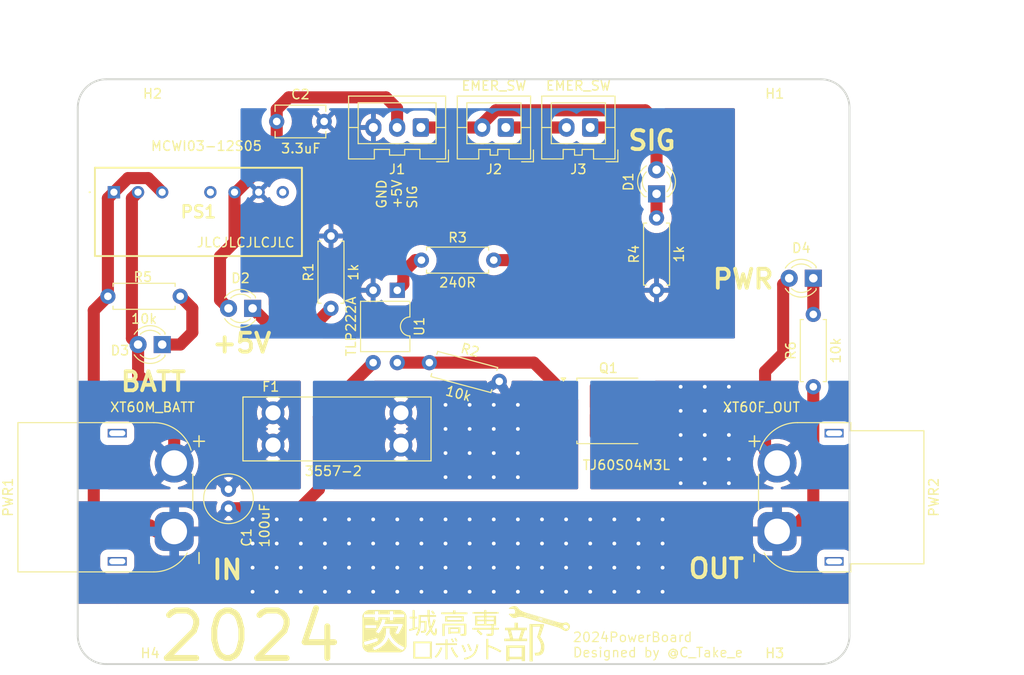
<source format=kicad_pcb>
(kicad_pcb (version 20240108) (generator "pcbnew") (generator_version "8.0")
  (layers (0 "F.Cu" signal) (31 "B.Cu" signal) (34 "B.Paste" user) (35 "F.Paste" user) (36 "B.SilkS" user "B.Silkscreen") (37 "F.SilkS" user "F.Silkscreen") (38 "B.Mask" user) (39 "F.Mask" user) (44 "Edge.Cuts" user))
  (net 0 "")
  (net 1 "sig")
  (net 2 "Net-(D1-K)")
  (net 3 "+5V")
  (net 4 "Net-(D2-K)")
  (net 5 "Net-(D3-K)")
  (net 6 "VDD")
  (net 7 "Net-(D4-K)")
  (net 8 "GNDPWR")
  (net 9 "FET_G")
  (net 10 "GND1")
  (net 11 "Net-(R3-Pad2)")
  (net 12 "Net-(J2-Pin_1)")
  (net 13 "Net-(J3-Pin_1)")
  (net 14 "BATT")
  (net 15 "VOUT")
  (footprint "Resistor_THT:R_Axial_DIN0207_L6.3mm_D2.5mm_P7.62mm_Horizontal" (layer "F.Cu") (at 126.365 106.68 180)
    (property "Reference" "R5" (at 3.937 2.032 180) (layer "F.SilkS"))
    (property "Value" "10k" (at 3.81 -2.37 180) (layer "F.SilkS"))
    (pad "1" thru_hole circle (at 0 0 180) (size 1.6 1.6) (drill 0.8) (layers "*.Cu" "*.Mask") (net 5 "Net-(D3-K)"))
    (pad "2" thru_hole oval (at 7.62 0 180) (size 1.6 1.6) (drill 0.8) (layers "*.Cu" "*.Mask") (net 8 "GNDPWR"))
  )
  (footprint "Connector_JST:JST_XA_B02B-XASK-1_1x02_P2.50mm_Vertical" (layer "F.Cu") (at 160.655 88.9 180)
    (property "Reference" "J2" (at 1.25 -4.4 180) (layer "F.SilkS"))
    (property "Value" "EMER_SW" (at 1.25 4.4 180) (layer "F.SilkS"))
    (pad "1" thru_hole roundrect (at 0 0 180) (size 1.7 1.95) (drill 0.95) (layers "*.Cu" "*.Mask") (roundrect_rratio 0.147059) (net 12 "Net-(J2-Pin_1)"))
    (pad "2" thru_hole oval (at 2.5 0 180) (size 1.7 1.95) (drill 0.95) (layers "*.Cu" "*.Mask") (net 1 "sig"))
  )
  (footprint "Resistor_THT:R_Axial_DIN0207_L6.3mm_D2.5mm_P7.62mm_Horizontal" (layer "F.Cu") (at 159.385 102.87 180)
    (property "Reference" "R3" (at 3.81 2.37 180) (layer "F.SilkS"))
    (property "Value" "240R" (at 3.81 -2.37 180) (layer "F.SilkS"))
    (pad "1" thru_hole circle (at 0 0 180) (size 1.6 1.6) (drill 0.8) (layers "*.Cu" "*.Mask") (net 13 "Net-(J3-Pin_1)"))
    (pad "2" thru_hole oval (at 7.62 0 180) (size 1.6 1.6) (drill 0.8) (layers "*.Cu" "*.Mask") (net 11 "Net-(R3-Pad2)"))
  )
  (footprint "LED_THT:LED_D3.0mm" (layer "F.Cu") (at 133.99 107.95 180)
    (property "Reference" "D2" (at 1.275 3.175 180) (layer "F.SilkS"))
    (property "Value" "LED_GREEN")
    (pad "1" thru_hole rect (at 0 0 180) (size 1.8 1.8) (drill 0.9) (layers "*.Cu" "*.Mask") (net 4 "Net-(D2-K)"))
    (pad "2" thru_hole circle (at 2.54 0 180) (size 1.8 1.8) (drill 0.9) (layers "*.Cu" "*.Mask") (net 3 "+5V"))
  )
  (footprint "MountingHole:MountingHole_3.2mm_M3" (layer "F.Cu") (at 192.405 140.97)
    (property "Reference" "H3" (at -3.429 3.302 0) (layer "F.SilkS"))
    (property "Value" "MountingHole")
    (pad "" np_thru_hole circle (at 0 0) (size 3.2 3.2) (drill 3.2) (layers "*.Cu" "*.Mask"))
  )
  (footprint "Resistor_THT:R_Axial_DIN0207_L6.3mm_D2.5mm_P7.62mm_Horizontal" (layer "F.Cu") (at 159.962117 115.637201 165)
    (property "Reference" "R2" (at 3.81 2.37 -15) (layer "F.SilkS"))
    (property "Value" "10k" (at 3.81 -2.37 -15) (layer "F.SilkS"))
    (pad "1" thru_hole circle (at 0 0 165) (size 1.6 1.6) (drill 0.8) (layers "*.Cu" "*.Mask") (net 6 "VDD"))
    (pad "2" thru_hole oval (at 7.62 0 165) (size 1.6 1.6) (drill 0.8) (layers "*.Cu" "*.Mask") (net 9 "FET_G"))
  )
  (footprint "MountingHole:MountingHole_3.2mm_M3" (layer "F.Cu") (at 120.015 88.265)
    (property "Reference" "H2" (at 3.429 -2.921 0) (layer "F.SilkS"))
    (property "Value" "MountingHole")
    (pad "" np_thru_hole circle (at 0 0) (size 3.2 3.2) (drill 3.2) (layers "*.Cu" "*.Mask"))
  )
  (footprint "LED_THT:LED_D3.0mm" (layer "F.Cu") (at 176.53 95.89 90)
    (property "Reference" "D1" (at 1.27 -2.96 -90) (layer "F.SilkS"))
    (property "Value" "LED_YELLOW")
    (pad "1" thru_hole rect (at 0 0 90) (size 1.8 1.8) (drill 0.9) (layers "*.Cu" "*.Mask") (net 2 "Net-(D1-K)"))
    (pad "2" thru_hole circle (at 2.54 0 90) (size 1.8 1.8) (drill 0.9) (layers "*.Cu" "*.Mask") (net 1 "sig"))
  )
  (footprint "Package_DIP:DIP-4_W7.62mm" (layer "F.Cu") (at 149.225 106.045 -90)
    (property "Reference" "U1" (at 3.81 -2.33 90) (layer "F.SilkS"))
    (property "Value" "TLP222A" (at 3.81 4.87 90) (layer "F.SilkS"))
    (pad "1" thru_hole rect (at 0 0 270) (size 1.6 1.6) (drill 0.8) (layers "*.Cu" "*.Mask") (net 11 "Net-(R3-Pad2)"))
    (pad "2" thru_hole oval (at 0 2.54 270) (size 1.6 1.6) (drill 0.8) (layers "*.Cu" "*.Mask") (net 10 "GND1"))
    (pad "3" thru_hole oval (at 7.62 2.54 270) (size 1.6 1.6) (drill 0.8) (layers "*.Cu" "*.Mask") (net 8 "GNDPWR"))
    (pad "4" thru_hole oval (at 7.62 0 270) (size 1.6 1.6) (drill 0.8) (layers "*.Cu" "*.Mask") (net 9 "FET_G"))
  )
  (footprint "FUSE_3557:FUSE_3557-2" (layer "F.Cu") (at 142.875 120.65)
    (property "Reference" "F1" (at -6.985 -4.445 0) (layer "F.SilkS"))
    (property "Value" "3557-2" (at -0.385 4.445 0) (layer "F.SilkS"))
    (pad "1_1" thru_hole circle (at -6.735 -1.7) (size 2.4 2.4) (drill 1.6) (layers "*.Cu" "*.Mask") (net 14 "BATT"))
    (pad "1_2" thru_hole circle (at -6.735 1.7) (size 2.4 2.4) (drill 1.6) (layers "*.Cu" "*.Mask") (net 14 "BATT"))
    (pad "2_1" thru_hole circle (at 6.735 -1.7) (size 2.4 2.4) (drill 1.6) (layers "*.Cu" "*.Mask") (net 6 "VDD"))
    (pad "2_2" thru_hole circle (at 6.735 1.7) (size 2.4 2.4) (drill 1.6) (layers "*.Cu" "*.Mask") (net 6 "VDD"))
  )
  (footprint "Resistor_THT:R_Axial_DIN0207_L6.3mm_D2.5mm_P7.62mm_Horizontal" (layer "F.Cu") (at 193.04 108.585 -90)
    (property "Reference" "R6" (at 3.81 2.37 90) (layer "F.SilkS"))
    (property "Value" "10k" (at 3.81 -2.37 90) (layer "F.SilkS"))
    (pad "1" thru_hole circle (at 0 0 270) (size 1.6 1.6) (drill 0.8) (layers "*.Cu" "*.Mask") (net 7 "Net-(D4-K)"))
    (pad "2" thru_hole oval (at 7.62 0 270) (size 1.6 1.6) (drill 0.8) (layers "*.Cu" "*.Mask") (net 8 "GNDPWR"))
  )
  (footprint "Connector_JST:JST_XA_B02B-XASK-1_1x02_P2.50mm_Vertical" (layer "F.Cu") (at 169.545 88.9 180)
    (property "Reference" "J3" (at 1.25 -4.4 180) (layer "F.SilkS"))
    (property "Value" "EMER_SW" (at 1.25 4.4 180) (layer "F.SilkS"))
    (pad "1" thru_hole roundrect (at 0 0 180) (size 1.7 1.95) (drill 0.95) (layers "*.Cu" "*.Mask") (roundrect_rratio 0.147059) (net 13 "Net-(J3-Pin_1)"))
    (pad "2" thru_hole oval (at 2.5 0 180) (size 1.7 1.95) (drill 0.95) (layers "*.Cu" "*.Mask") (net 12 "Net-(J2-Pin_1)"))
  )
  (footprint "Capacitor_THT:C_Disc_D5.1mm_W3.2mm_P5.00mm" (layer "F.Cu") (at 136.525 88.265)
    (property "Reference" "C2" (at 2.5 -2.85 0) (layer "F.SilkS"))
    (property "Value" "3.3uF" (at 2.54 2.85 0) (layer "F.SilkS"))
    (pad "1" thru_hole circle (at 0 0) (size 1.6 1.6) (drill 0.8) (layers "*.Cu" "*.Mask") (net 3 "+5V"))
    (pad "2" thru_hole circle (at 5 0) (size 1.6 1.6) (drill 0.8) (layers "*.Cu" "*.Mask") (net 10 "GND1"))
  )
  (footprint "MCWI0312S05:MCWI0312S05" (layer "F.Cu") (at 119.38 95.715)
    (property "Reference" "PS1" (at 8.9 2.075 0) (layer "F.SilkS") (effects (font (size 1.27 1.27) (thickness 0.254))))
    (property "Value" "MCWI03-12S05" (hide yes))
    (pad "1" thru_hole rect (at 0 0) (size 1.303 1.303) (drill 0.76) (layers "*.Cu" "*.Mask") (net 8 "GNDPWR"))
    (pad "2" thru_hole circle (at 2.54 0) (size 1.303 1.303) (drill 0.76) (layers "*.Cu" "*.Mask") (net 14 "BATT"))
    (pad "3" thru_hole circle (at 5.08 0) (size 1.303 1.303) (drill 0.76) (layers "*.Cu" "*.Mask") (net 8 "GNDPWR"))
    (pad "5" thru_hole circle (at 10.16 0) (size 1.303 1.303) (drill 0.76) (layers "*.Cu" "*.Mask"))
    (pad "6" thru_hole circle (at 12.7 0) (size 1.303 1.303) (drill 0.76) (layers "*.Cu" "*.Mask") (net 3 "+5V"))
    (pad "7" thru_hole circle (at 15.24 0) (size 1.303 1.303) (drill 0.76) (layers "*.Cu" "*.Mask") (net 10 "GND1"))
    (pad "8" thru_hole circle (at 17.78 0) (size 1.303 1.303) (drill 0.76) (layers "*.Cu" "*.Mask"))
  )
  (footprint "Package_TO_SOT_SMD:TO-252-2" (layer "F.Cu") (at 171.45 118.745)
    (property "Reference" "Q1" (at 0 -4.5 0) (layer "F.SilkS"))
    (property "Value" "TJ60S04M3L" (at 1.905 5.715 0) (layer "F.SilkS"))
    (pad "1" smd roundrect (at -5.04 -2.28) (size 2.2 1.2) (layers "F.Cu" "F.Paste" "F.Mask") (roundrect_rratio 0.208333) (net 9 "FET_G"))
    (pad "2" smd roundrect (at -0.415 -1.525) (size 3.05 2.75) (layers "F.Cu" "F.Paste") (roundrect_rratio 0.090909) (net 15 "VOUT"))
    (pad "2" smd roundrect (at -0.415 1.525) (size 3.05 2.75) (layers "F.Cu" "F.Paste") (roundrect_rratio 0.090909) (net 15 "VOUT"))
    (pad "2" smd roundrect (at 1.26 0) (size 6.4 5.8) (layers "F.Cu" "F.Mask") (roundrect_rratio 0.043103) (net 15 "VOUT"))
    (pad "2" smd roundrect (at 2.935 -1.525) (size 3.05 2.75) (layers "F.Cu" "F.Paste") (roundrect_rratio 0.090909) (net 15 "VOUT"))
    (pad "2" smd roundrect (at 2.935 1.525) (size 3.05 2.75) (layers "F.Cu" "F.Paste") (roundrect_rratio 0.090909) (net 15 "VOUT"))
    (pad "3" smd roundrect (at -5.04 2.28) (size 2.2 1.2) (layers "F.Cu" "F.Paste" "F.Mask") (roundrect_rratio 0.208333) (net 6 "VDD"))
  )
  (footprint "Capacitor_THT:C_Radial_D5.0mm_H11.0mm_P2.00mm" (layer "F.Cu") (at 131.445 127 -90)
    (property "Reference" "C1" (at 5.08 -1.905 -90) (layer "F.SilkS"))
    (property "Value" "100uF" (at 3.81 -3.81 -90) (layer "F.SilkS"))
    (pad "1" thru_hole circle (at 0 0 270) (size 1.6 1.6) (drill 0.8) (layers "*.Cu" "*.Mask") (net 14 "BATT"))
    (pad "2" thru_hole circle (at 2 0 270) (size 1.6 1.6) (drill 0.8) (layers "*.Cu" "*.Mask") (net 8 "GNDPWR"))
  )
  (footprint "Resistor_THT:R_Axial_DIN0207_L6.3mm_D2.5mm_P7.62mm_Horizontal" (layer "F.Cu") (at 176.53 98.425 -90)
    (property "Reference" "R4" (at 3.81 2.37 90) (layer "F.SilkS"))
    (property "Value" "1k" (at 3.81 -2.37 90) (layer "F.SilkS"))
    (pad "1" thru_hole circle (at 0 0 270) (size 1.6 1.6) (drill 0.8) (layers "*.Cu" "*.Mask") (net 2 "Net-(D1-K)"))
    (pad "2" thru_hole oval (at 7.62 0 270) (size 1.6 1.6) (drill 0.8) (layers "*.Cu" "*.Mask") (net 10 "GND1"))
  )
  (footprint "LED_THT:LED_D3.0mm" (layer "F.Cu") (at 124.465 111.76 180)
    (property "Reference" "D3" (at 4.45 -0.635 180) (layer "F.SilkS"))
    (property "Value" "LED_RED")
    (pad "1" thru_hole rect (at 0 0 180) (size 1.8 1.8) (drill 0.9) (layers "*.Cu" "*.Mask") (net 5 "Net-(D3-K)"))
    (pad "2" thru_hole circle (at 2.54 0 180) (size 1.8 1.8) (drill 0.9) (layers "*.Cu" "*.Mask") (net 14 "BATT"))
  )
  (footprint "Connector_JST:JST_XA_B03B-XASK-1_1x03_P2.50mm_Vertical" (layer "F.Cu") (at 151.705 88.9 180)
    (property "Reference" "J1" (at 2.5 -4.4 180) (layer "F.SilkS"))
    (property "Value" "B03B")
    (pad "1" thru_hole roundrect (at 0 0 180) (size 1.7 1.95) (drill 0.95) (layers "*.Cu" "*.Mask") (roundrect_rratio 0.147059) (net 1 "sig"))
    (pad "2" thru_hole oval (at 2.5 0 180) (size 1.7 1.95) (drill 0.95) (layers "*.Cu" "*.Mask") (net 3 "+5V"))
    (pad "3" thru_hole oval (at 5 0 180) (size 1.7 1.95) (drill 0.95) (layers "*.Cu" "*.Mask") (net 10 "GND1"))
  )
  (footprint "LOGO" (layer "F.Cu") (at 156.845 142.24)
    (property "Reference" "G***" (hide yes))
    (property "Value" "LOGO" (hide yes))
  )
  (footprint "MountingHole:MountingHole_3.2mm_M3" (layer "F.Cu") (at 120.015 140.97)
    (property "Reference" "H4" (at 3.175 3.302 0) (layer "F.SilkS"))
    (property "Value" "MountingHole")
    (pad "" np_thru_hole circle (at 0 0) (size 3.2 3.2) (drill 3.2) (layers "*.Cu" "*.Mask"))
  )
  (footprint "LED_THT:LED_D3.0mm" (layer "F.Cu") (at 193.04 104.775 180)
    (property "Reference" "D4" (at 1.27 3.175 180) (layer "F.SilkS"))
    (property "Value" "LED_BLUE")
    (pad "1" thru_hole rect (at 0 0 180) (size 1.8 1.8) (drill 0.9) (layers "*.Cu" "*.Mask") (net 7 "Net-(D4-K)"))
    (pad "2" thru_hole circle (at 2.54 0 180) (size 1.8 1.8) (drill 0.9) (layers "*.Cu" "*.Mask") (net 15 "VOUT"))
  )
  (footprint "MountingHole:MountingHole_3.2mm_M3" (layer "F.Cu") (at 192.405 88.265)
    (property "Reference" "H1" (at -3.429 -2.921 0) (layer "F.SilkS"))
    (property "Value" "MountingHole")
    (pad "" np_thru_hole circle (at 0 0) (size 3.2 3.2) (drill 3.2) (layers "*.Cu" "*.Mask"))
  )
  (footprint "Resistor_THT:R_Axial_DIN0207_L6.3mm_D2.5mm_P7.62mm_Horizontal" (layer "F.Cu") (at 142.24 107.95 90)
    (property "Reference" "R1" (at 3.81 -2.37 -90) (layer "F.SilkS"))
    (property "Value" "1k" (at 3.81 2.37 -90) (layer "F.SilkS"))
    (pad "1" thru_hole circle (at 0 0 90) (size 1.6 1.6) (drill 0.8) (layers "*.Cu" "*.Mask") (net 4 "Net-(D2-K)"))
    (pad "2" thru_hole oval (at 7.62 0 90) (size 1.6 1.6) (drill 0.8) (layers "*.Cu" "*.Mask") (net 10 "GND1"))
  )
  (footprint "Connector_AMASS:AMASS_XT60PW-F_1x02_P7.20mm_Horizontal" (layer "F.Cu") (at 189.23 131.445 -90)
    (property "Reference" "PWR2" (at -3.6 -16.5 90) (layer "F.SilkS"))
    (property "Value" "XT60F_OUT" (at -13.081 1.651 0) (layer "F.SilkS"))
    (fp_text user "+" (at -9.5 2.5 90) (layer "F.SilkS") (effects (font (size 1.5 1.5))))
    (fp_text user "-" (at 2.8 2.5 90) (layer "F.SilkS"))
    (pad "" thru_hole rect (at -10.35 -6 270) (size 0.9 2) (drill oval 0.6 1.7) (layers "*.Cu" "*.Mask"))
    (pad "" thru_hole rect (at 3.15 -6 270) (size 0.9 2) (drill oval 0.6 1.7) (layers "*.Cu" "*.Mask"))
    (pad "1" thru_hole roundrect (at 0 0 270) (size 4.1 4.1) (drill 2.7) (layers "*.Cu" "*.Mask") (net 8 "GNDPWR"))
    (pad "2" thru_hole circle (at -7.2 0 270) (size 4.1 4.1) (drill 2.7) (layers "*.Cu" "*.Mask") (net 15 "VOUT"))
  )
  (footprint "Connector_AMASS:AMASS_XT60PW-M_1x02_P7.20mm_Horizontal" (layer "F.Cu") (at 125.73 131.445 90)
    (property "Reference" "PWR1" (at 3.6 -17.5 -90) (layer "F.SilkS"))
    (property "Value" "XT60M_BATT" (at 13.081 -2.286 180) (layer "F.SilkS"))
    (fp_text user "+" (at 9.5 2.5 -90) (layer "F.SilkS") (effects (font (size 1.5 1.5))))
    (fp_text user "-" (at -2.8 2.5 -90) (layer "F.SilkS") (effects (font (size 1.5 1.5))))
    (pad "" thru_hole rect (at -3.15 -6 90) (size 0.9 2) (drill oval 0.6 1.7) (layers "*.Cu" "*.Mask"))
    (pad "" thru_hole rect (at 10.35 -6 90) (size 0.9 2) (drill oval 0.6 1.7) (layers "*.Cu" "*.Mask"))
    (pad "1" thru_hole roundrect (at 0 0 90) (size 4.1 4.1) (drill 2.7) (layers "*.Cu" "*.Mask") (net 8 "GNDPWR"))
    (pad "2" thru_hole circle (at 7.2 0 90) (size 4.1 4.1) (drill 2.7) (layers "*.Cu" "*.Mask") (net 14 "BATT"))
  )
  (gr_arc (start 196.85 142.415) (mid 195.97132 144.53632) (end 193.85 145.415) (stroke (width 0.2)) (layer "Edge.Cuts"))
  (gr_arc (start 115.57 86.82) (mid 116.44868 84.69868) (end 118.57 83.82) (stroke (width 0.2)) (layer "Edge.Cuts"))
  (gr_arc (start 193.85 83.82) (mid 195.97132 84.69868) (end 196.85 86.82) (stroke (width 0.2)) (layer "Edge.Cuts"))
  (gr_line (start 118.57 83.82) (end 193.85 83.82) (stroke (width 0.2)) (layer "Edge.Cuts"))
  (gr_arc (start 118.57 145.415) (mid 116.44868 144.53632) (end 115.57 142.415) (stroke (width 0.2)) (layer "Edge.Cuts"))
  (gr_line (start 115.57 142.415) (end 115.57 86.82) (stroke (width 0.2)) (layer "Edge.Cuts"))
  (gr_line (start 193.85 145.415) (end 118.57 145.415) (stroke (width 0.2)) (layer "Edge.Cuts"))
  (gr_line (start 196.85 86.82) (end 196.85 142.415) (stroke (width 0.2)) (layer "Edge.Cuts"))
  (gr_text "GND\n+5V\nSIG" (at 151.384 97.536 90) (layer "F.SilkS") (effects (font (size 1 1)) (justify left bottom)))
  (gr_text "MCWI03-12S05" (at 123.19 91.44 0) (layer "F.SilkS") (effects (font (size 1 1)) (justify left bottom)))
  (gr_text "OUT" (at 179.705 136.525 0) (layer "F.SilkS") (effects (font (size 2 2) (thickness 0.4) (bold yes)) (justify left bottom)))
  (gr_text "2024" (at 123.825 145.415 0) (layer "F.SilkS") (effects (font (size 5 5) (thickness 0.625)) (justify left bottom)))
  (gr_text "2024PowerBoard\nDesigned by @C_Take_e" (at 167.64 144.78 0) (layer "F.SilkS") (effects (font (size 1 1) (thickness 0.125)) (justify left bottom)))
  (gr_text "JLCJLCJLCJLC" (at 128.016 101.6 0) (layer "F.SilkS") (effects (font (size 1 1)) (justify left bottom)))
  (gr_text "IN" (at 129.54 136.652 0) (layer "F.SilkS") (effects (font (size 2 2) (thickness 0.4) (bold yes)) (justify left bottom)))
  (gr_text "BATT" (at 119.888 116.84 0) (layer "F.SilkS") (effects (font (size 2 2) (thickness 0.4) (bold yes)) (justify left bottom)))
  (gr_text "PWR" (at 182.245 106.045 0) (layer "F.SilkS") (effects (font (size 2 2) (thickness 0.4) (bold yes)) (justify left bottom)))
  (gr_text "SIG" (at 173.355 91.44 0) (layer "F.SilkS") (effects (font (size 2 2) (thickness 0.4) (bold yes)) (justify left bottom)))
  (gr_text "+5V" (at 129.54 112.776 0) (layer "F.SilkS") (effects (font (size 2 2) (thickness 0.4) (bold yes)) (justify left bottom)))
  (segment (start 175.355 87.09) (end 176.53 88.265) (width 1.27) (layer "F.Cu") (net 1))
  (segment (start 159.59865 87.09) (end 175.355 87.09) (width 1.27) (layer "F.Cu") (net 1))
  (segment (start 176.53 88.265) (end 176.53 93.35) (width 1.27) (layer "F.Cu") (net 1))
  (segment (start 158.155 88.9) (end 151.705 88.9) (width 1.27) (layer "F.Cu") (net 1))
  (segment (start 158.155 88.53365) (end 159.59865 87.09) (width 1.27) (layer "F.Cu") (net 1))
  (segment (start 158.155 88.9) (end 158.155 88.53365) (width 1.27) (layer "F.Cu") (net 1))
  (segment (start 176.53 95.89) (end 176.53 98.425) (width 1.27) (layer "F.Cu") (net 2))
  (segment (start 136.525 86.995) (end 137.795 85.725) (width 1.27) (layer "F.Cu") (net 3))
  (segment (start 130.556 107.056) (end 131.45 107.95) (width 1.27) (layer "F.Cu") (net 3))
  (segment (start 149.205 86.905) (end 149.205 88.9) (width 1.27) (layer "F.Cu") (net 3))
  (segment (start 132.08 100.965) (end 130.556 102.489) (width 1.27) (layer "F.Cu") (net 3))
  (segment (start 136.525 88.265) (end 136.525 86.995) (width 1.27) (layer "F.Cu") (net 3))
  (segment (start 130.556 102.489) (end 130.556 107.056) (width 1.27) (layer "F.Cu") (net 3))
  (segment (start 132.08 95.715) (end 132.08 100.965) (width 1.27) (layer "F.Cu") (net 3))
  (segment (start 137.795 85.725) (end 148.025 85.725) (width 1.27) (layer "F.Cu") (net 3))
  (segment (start 136.525 91.44) (end 132.25 95.715) (width 1.27) (layer "F.Cu") (net 3))
  (segment (start 136.525 88.265) (end 136.525 91.44) (width 1.27) (layer "F.Cu") (net 3))
  (segment (start 148.025 85.725) (end 149.205 86.905) (width 1.27) (layer "F.Cu") (net 3))
  (segment (start 132.25 95.715) (end 132.08 95.715) (width 1.27) (layer "F.Cu") (net 3))
  (segment (start 135.895 109.855) (end 140.335 109.855) (width 1.27) (layer "F.Cu") (net 4))
  (segment (start 133.99 107.95) (end 135.895 109.855) (width 1.27) (layer "F.Cu") (net 4))
  (segment (start 140.335 109.855) (end 142.24 107.95) (width 1.27) (layer "F.Cu") (net 4))
  (segment (start 126.365 106.68) (end 127.635 107.95) (width 1.27) (layer "F.Cu") (net 5))
  (segment (start 126.365 111.76) (end 124.465 111.76) (width 1.27) (layer "F.Cu") (net 5))
  (segment (start 127.635 110.49) (end 126.365 111.76) (width 1.27) (layer "F.Cu") (net 5))
  (segment (start 127.635 107.95) (end 127.635 110.49) (width 1.27) (layer "F.Cu") (net 5))
  (via (at 159.385 120.65) (size 0.8) (drill 0.4) (layers "F.Cu" "B.Cu") (net 6))
  (via (at 156.845 120.65) (size 0.8) (drill 0.4) (layers "F.Cu" "B.Cu") (net 6))
  (via (at 159.385 118.11) (size 0.8) (drill 0.4) (layers "F.Cu" "B.Cu") (net 6))
  (via (at 156.845 125.73) (size 0.8) (drill 0.4) (layers "F.Cu" "B.Cu") (net 6))
  (via (at 161.925 120.65) (size 0.8) (drill 0.4) (layers "F.Cu" "B.Cu") (net 6))
  (via (at 159.385 123.19) (size 0.8) (drill 0.4) (layers "F.Cu" "B.Cu") (net 6))
  (via (at 156.845 118.11) (size 0.8) (drill 0.4) (layers "F.Cu" "B.Cu") (net 6))
  (via (at 161.925 125.73) (size 0.8) (drill 0.4) (layers "F.Cu" "B.Cu") (net 6))
  (via (at 161.925 118.11) (size 0.8) (drill 0.4) (layers "F.Cu" "B.Cu") (net 6))
  (via (at 154.305 120.65) (size 0.8) (drill 0.4) (layers "F.Cu" "B.Cu") (net 6))
  (via (at 159.385 125.73) (size 0.8) (drill 0.4) (layers "F.Cu" "B.Cu") (net 6))
  (via (at 154.305 118.11) (size 0.8) (drill 0.4) (layers "F.Cu" "B.Cu") (net 6))
  (via (at 161.925 123.19) (size 0.8) (drill 0.4) (layers "F.Cu" "B.Cu") (net 6))
  (via (at 154.305 125.73) (size 0.8) (drill 0.4) (layers "F.Cu" "B.Cu") (net 6))
  (via (at 154.305 123.19) (size 0.8) (drill 0.4) (layers "F.Cu" "B.Cu") (net 6))
  (via (at 156.845 123.19) (size 0.8) (drill 0.4) (layers "F.Cu" "B.Cu") (net 6))
  (segment (start 193.04 108.585) (end 193.04 104.775) (width 1.27) (layer "F.Cu") (net 7))
  (segment (start 125.73 131.445) (end 123.825 131.445) (width 1.27) (layer "F.Cu") (net 8))
  (segment (start 120.8665 94.2285) (end 122.9735 94.2285) (width 1.27) (layer "F.Cu") (net 8))
  (segment (start 190.5 131.445) (end 193.04 128.905) (width 1.27) (layer "F.Cu") (net 8))
  (segment (start 117.26 128.69) (end 117.26 108.165) (width 1.27) (layer "F.Cu") (net 8))
  (segment (start 123.19 130.81) (end 119.38 130.81) (width 1.27) (layer "F.Cu") (net 8))
  (segment (start 146.685 113.665) (end 140.97 119.38) (width 1.27) (layer "F.Cu") (net 8))
  (segment (start 193.04 128.905) (end 193.04 116.205) (width 1.27) (layer "F.Cu") (net 8))
  (segment (start 118.745 106.68) (end 118.745 96.35) (width 1.27) (layer "F.Cu") (net 8))
  (segment (start 119.38 130.81) (end 117.26 128.69) (width 1.27) (layer "F.Cu") (net 8))
  (segment (start 138.97 129) (end 131.445 129) (width 1.27) (layer "F.Cu") (net 8))
  (segment (start 119.38 95.715) (end 120.8665 94.2285) (width 1.27) (layer "F.Cu") (net 8))
  (segment (start 140.97 127) (end 138.97 129) (width 1.27) (layer "F.Cu") (net 8))
  (segment (start 123.825 131.445) (end 123.19 130.81) (width 1.27) (layer "F.Cu") (net 8))
  (segment (start 140.97 119.38) (end 140.97 127) (width 1.27) (layer "F.Cu") (net 8))
  (segment (start 117.26 108.165) (end 118.745 106.68) (width 1.27) (layer "F.Cu") (net 8))
  (segment (start 189.23 131.445) (end 190.5 131.445) (width 1.27) (layer "F.Cu") (net 8))
  (segment (start 118.745 96.35) (end 119.38 95.715) (width 1.27) (layer "F.Cu") (net 8))
  (segment (start 122.9735 94.2285) (end 124.46 95.715) (width 1.27) (layer "F.Cu") (net 8))
  (via (at 167.005 130.175) (size 0.8) (drill 0.4) (layers "F.Cu" "B.Cu") (net 8))
  (via (at 149.225 130.175) (size 0.8) (drill 0.4) (layers "F.Cu" "B.Cu") (net 8))
  (via (at 174.625 137.795) (size 0.8) (drill 0.4) (layers "F.Cu" "B.Cu") (net 8))
  (via (at 136.525 132.715) (size 0.8) (drill 0.4) (layers "F.Cu" "B.Cu") (net 8))
  (via (at 164.465 135.255) (size 0.8) (drill 0.4) (layers "F.Cu" "B.Cu") (net 8))
  (via (at 146.685 132.715) (size 0.8) (drill 0.4) (layers "F.Cu" "B.Cu") (net 8))
  (via (at 161.925 137.795) (size 0.8) (drill 0.4) (layers "F.Cu" "B.Cu") (net 8))
  (via (at 149.225 135.255) (size 0.8) (drill 0.4) (layers "F.Cu" "B.Cu") (net 8))
  (via (at 174.625 130.175) (size 0.8) (drill 0.4) (layers "F.Cu" "B.Cu") (net 8))
  (via (at 156.845 130.175) (size 0.8) (drill 0.4) (layers "F.Cu" "B.Cu") (net 8))
  (via (at 133.985 132.715) (size 0.8) (drill 0.4) (layers "F.Cu" "B.Cu") (net 8))
  (via (at 172.085 135.255) (size 0.8) (drill 0.4) (layers "F.Cu" "B.Cu") (net 8))
  (via (at 139.065 135.255) (size 0.8) (drill 0.4) (layers "F.Cu" "B.Cu") (net 8))
  (via (at 133.985 130.175) (size 0.8) (drill 0.4) (layers "F.Cu" "B.Cu") (net 8))
  (via (at 167.005 135.255) (size 0.8) (drill 0.4) (layers "F.Cu" "B.Cu") (net 8))
  (via (at 133.985 135.255) (size 0.8) (drill 0.4) (layers "F.Cu" "B.Cu") (net 8))
  (via (at 141.605 130.175) (size 0.8) (drill 0.4) (layers "F.Cu" "B.Cu") (net 8))
  (via (at 146.685 137.795) (size 0.8) (drill 0.4) (layers "F.Cu" "B.Cu") (net 8))
  (via (at 151.765 132.715) (size 0.8) (drill 0.4) (layers "F.Cu" "B.Cu") (net 8))
  (via (at 177.165 132.715) (size 0.8) (drill 0.4) (layers "F.Cu" "B.Cu") (net 8))
  (via (at 144.145 137.795) (size 0.8) (drill 0.4) (layers "F.Cu" "B.Cu") (net 8))
  (via (at 154.305 135.255) (size 0.8) (drill 0.4) (layers "F.Cu" "B.Cu") (net 8))
  (via (at 146.685 135.255) (size 0.8) (drill 0.4) (layers "F.Cu" "B.Cu") (net 8))
  (via (at 144.145 132.715) (size 0.8) (drill 0.4) (layers "F.Cu" "B.Cu") (net 8))
  (via (at 169.545 130.175) (size 0.8) (drill 0.4) (layers "F.Cu" "B.Cu") (net 8))
  (via (at 141.605 137.795) (size 0.8) (drill 0.4) (layers "F.Cu" "B.Cu") (net 8))
  (via (at 159.385 132.715) (size 0.8) (drill 0.4) (layers "F.Cu" "B.Cu") (net 8))
  (via (at 151.765 135.255) (size 0.8) (drill 0.4) (layers "F.Cu" "B.Cu") (net 8))
  (via (at 169.545 132.715) (size 0.8) (drill 0.4) (layers "F.Cu" "B.Cu") (net 8))
  (via (at 139.065 130.175) (size 0.8) (drill 0.4) (layers "F.Cu" "B.Cu") (net 8))
  (via (at 161.925 132.715) (size 0.8) (drill 0.4) (layers "F.Cu" "B.Cu") (net 8))
  (via (at 159.385 137.795) (size 0.8) (drill 0.4) (layers "F.Cu" "B.Cu") (net 8))
  (via (at 139.065 132.715) (size 0.8) (drill 0.4) (layers "F.Cu" "B.Cu") (net 8))
  (via (at 156.845 135.255) (size 0.8) (drill 0.4) (layers "F.Cu" "B.Cu") (net 8))
  (via (at 164.465 132.715) (size 0.8) (drill 0.4) (layers "F.Cu" "B.Cu") (net 8))
  (via (at 177.165 130.175) (size 0.8) (drill 0.4) (layers "F.Cu" "B.Cu") (net 8))
  (via (at 172.085 137.795) (size 0.8) (drill 0.4) (layers "F.Cu" "B.Cu") (net 8))
  (via (at 133.985 137.795) (size 0.8) (drill 0.4) (layers "F.Cu" "B.Cu") (net 8))
  (via (at 167.005 137.795) (size 0.8) (drill 0.4) (layers "F.Cu" "B.Cu") (net 8))
  (via (at 177.165 135.255) (size 0.8) (drill 0.4) (layers "F.Cu" "B.Cu") (net 8))
  (via (at 151.765 137.795) (size 0.8) (drill 0.4) (layers "F.Cu" "B.Cu") (net 8))
  (via (at 161.925 135.255) (size 0.8) (drill 0.4) (layers "F.Cu" "B.Cu") (net 8))
  (via (at 136.525 135.255) (size 0.8) (drill 0.4) (layers "F.Cu" "B.Cu") (net 8))
  (via (at 146.685 130.175) (size 0.8) (drill 0.4) (layers "F.Cu" "B.Cu") (net 8))
  (via (at 159.385 130.175) (size 0.8) (drill 0.4) (layers "F.Cu" "B.Cu") (net 8))
  (via (at 149.225 132.715) (size 0.8) (drill 0.4) (layers "F.Cu" "B.Cu") (net 8))
  (via (at 136.525 130.175) (size 0.8) (drill 0.4) (layers "F.Cu" "B.Cu") (net 8))
  (via (at 174.625 132.715) (size 0.8) (drill 0.4) (layers "F.Cu" "B.Cu") (net 8))
  (via (at 141.605 135.255) (size 0.8) (drill 0.4) (layers "F.Cu" "B.Cu") (net 8))
  (via (at 151.765 130.175) (size 0.8) (drill 0.4) (layers "F.Cu" "B.Cu") (net 8))
  (via (at 172.085 130.175) (size 0.8) (drill 0.4) (layers "F.Cu" "B.Cu") (net 8))
  (via (at 136.525 137.795) (size 0.8) (drill 0.4) (layers "F.Cu" "B.Cu") (net 8))
  (via (at 154.305 137.795) (size 0.8) (drill 0.4) (layers "F.Cu" "B.Cu") (net 8))
  (via (at 156.845 132.715) (size 0.8) (drill 0.4) (layers "F.Cu" "B.Cu") (net 8))
  (via (at 164.465 137.795) (size 0.8) (drill 0.4) (layers "F.Cu" "B.Cu") (net 8))
  (via (at 177.165 137.795) (size 0.8) (drill 0.4) (layers "F.Cu" "B.Cu") (net 8))
  (via (at 161.925 130.175) (size 0.8) (drill 0.4) (layers "F.Cu" "B.Cu") (net 8))
  (via (at 169.545 135.255) (size 0.8) (drill 0.4) (layers "F.Cu" "B.Cu") (net 8))
  (via (at 159.385 135.255) (size 0.8) (drill 0.4) (layers "F.Cu" "B.Cu") (net 8))
  (via (at 172.085 132.715) (size 0.8) (drill 0.4) (layers "F.Cu" "B.Cu") (net 8))
  (via (at 156.845 137.795) (size 0.8) (drill 0.4) (layers "F.Cu" "B.Cu") (net 8))
  (via (at 164.465 130.175) (size 0.8) (drill 0.4) (layers "F.Cu" "B.Cu") (net 8))
  (via (at 141.605 132.715) (size 0.8) (drill 0.4) (layers "F.Cu" "B.Cu") (net 8))
  (via (at 149.225 137.795) (size 0.8) (drill 0.4) (layers "F.Cu" "B.Cu") (net 8))
  (via (at 154.305 132.715) (size 0.8) (drill 0.4) (layers "F.Cu" "B.Cu") (net 8))
  (via (at 154.305 130.175) (size 0.8) (drill 0.4) (layers "F.Cu" "B.Cu") (net 8))
  (via (at 167.005 132.715) (size 0.8) (drill 0.4) (layers "F.Cu" "B.Cu") (net 8))
  (via (at 169.545 137.795) (size 0.8) (drill 0.4) (layers "F.Cu" "B.Cu") (net 8))
  (via (at 139.065 137.795) (size 0.8) (drill 0.4) (layers "F.Cu" "B.Cu") (net 8))
  (via (at 174.625 135.255) (size 0.8) (drill 0.4) (layers "F.Cu" "B.Cu") (net 8))
  (via (at 144.145 135.255) (size 0.8) (drill 0.4) (layers "F.Cu" "B.Cu") (net 8))
  (via (at 144.145 130.175) (size 0.8) (drill 0.4) (layers "F.Cu" "B.Cu") (net 8))
  (segment (start 149.225 113.665) (end 152.4 113.665) (width 1.27) (layer "F.Cu") (net 9))
  (segment (start 163.61 113.665) (end 166.41 116.465) (width 1.27) (layer "F.Cu") (net 9))
  (segment (start 152.601762 113.665) (end 163.61 113.665) (width 1.27) (layer "F.Cu") (net 9))
  (segment (start 165.995 116.465) (end 166.41 116.465) (width 1.27) (layer "F.Cu") (net 9))
  (segment (start 151.765 102.87) (end 151.13 102.87) (width 1.27) (layer "F.Cu") (net 11))
  (segment (start 149.86 104.14) (end 149.86 105.41) (width 1.27) (layer "F.Cu") (net 11))
  (segment (start 151.13 102.87) (end 149.86 104.14) (width 1.27) (layer "F.Cu") (net 11))
  (segment (start 149.86 105.41) (end 149.225 106.045) (width 1.27) (layer "F.Cu") (net 11))
  (segment (start 160.655 88.9) (end 167.045 88.9) (width 1.27) (layer "F.Cu") (net 12))
  (segment (start 159.385 102.87) (end 167.64 102.87) (width 1.27) (layer "F.Cu") (net 13))
  (segment (start 173.99 96.52) (end 173.99 90.17) (width 1.27) (layer "F.Cu") (net 13))
  (segment (start 167.64 102.87) (end 173.99 96.52) (width 1.27) (layer "F.Cu") (net 13))
  (segment (start 173.99 90.17) (end 172.72 88.9) (width 1.27) (layer "F.Cu") (net 13))
  (segment (start 172.72 88.9) (end 169.545 88.9) (width 1.27) (layer "F.Cu") (net 13))
  (segment (start 121.925 114.94) (end 125.73 118.745) (width 1.27) (layer "F.Cu") (net 14))
  (segment (start 121.925 111.76) (end 121.925 114.94) (width 1.27) (layer "F.Cu") (net 14))
  (segment (start 121.275 111.11) (end 121.925 111.76) (width 1.27) (layer "F.Cu") (net 14))
  (segment (start 121.92 95.715) (end 121.275 96.36) (width 1.27) (layer "F.Cu") (net 14))
  (segment (start 121.275 96.36) (end 121.275 111.11) (width 1.27) (layer "F.Cu") (net 14))
  (segment (start 125.52 124.455) (end 125.73 124.245) (width 1.27) (layer "F.Cu") (net 14))
  (segment (start 125.73 118.745) (end 125.73 124.245) (width 1.27) (layer "F.Cu") (net 14))
  (segment (start 125.52 124.88) (end 125.52 124.455) (width 1.27) (layer "F.Cu") (net 14))
  (segment (start 187.96 122.975) (end 189.23 124.245) (width 1.27) (layer "F.Cu") (net 15))
  (segment (start 189.865 105.41) (end 189.865 112.69) (width 1.27) (layer "F.Cu") (net 15))
  (segment (start 190.5 104.775) (end 189.865 105.41) (width 1.27) (layer "F.Cu") (net 15))
  (segment (start 187.96 114.595) (end 187.96 122.975) (width 1.27) (layer "F.Cu") (net 15))
  (segment (start 189.865 112.69) (end 187.96 114.595) (width 1.27) (layer "F.Cu") (net 15))
  (via (at 184.15 123.825) (size 0.8) (drill 0.4) (layers "F.Cu" "B.Cu") (net 15))
  (via (at 184.15 121.285) (size 0.8) (drill 0.4) (layers "F.Cu" "B.Cu") (net 15))
  (via (at 181.61 123.825) (size 0.8) (drill 0.4) (layers "F.Cu" "B.Cu") (net 15))
  (via (at 179.07 116.205) (size 0.8) (drill 0.4) (layers "F.Cu" "B.Cu") (net 15))
  (via (at 181.61 126.365) (size 0.8) (drill 0.4) (layers "F.Cu" "B.Cu") (net 15))
  (via (at 179.07 126.365) (size 0.8) (drill 0.4) (layers "F.Cu" "B.Cu") (net 15))
  (via (at 184.15 118.745) (size 0.8) (drill 0.4) (layers "F.Cu" "B.Cu") (net 15))
  (via (at 184.15 126.365) (size 0.8) (drill 0.4) (layers "F.Cu" "B.Cu") (net 15))
  (via (at 179.07 123.825) (size 0.8) (drill 0.4) (layers "F.Cu" "B.Cu") (net 15))
  (via (at 179.07 121.285) (size 0.8) (drill 0.4) (layers "F.Cu" "B.Cu") (net 15))
  (via (at 184.15 116.205) (size 0.8) (drill 0.4) (layers "F.Cu" "B.Cu") (net 15))
  (via (at 181.61 116.205) (size 0.8) (drill 0.4) (layers "F.Cu" "B.Cu") (net 15))
  (via (at 181.61 118.745) (size 0.8) (drill 0.4) (layers "F.Cu" "B.Cu") (net 15))
  (via (at 179.07 118.745) (size 0.8) (drill 0.4) (layers "F.Cu" "B.Cu") (net 15))
  (via (at 181.61 121.285) (size 0.8) (drill 0.4) (layers "F.Cu" "B.Cu") (net 15))
  (zone (net 10) (net_name "GND1") (layers "F&B.Cu") (connect_pads (clearance 0.8)) (min_thickness 0.25) (fill yes (thermal_gap 0.5) (thermal_bridge_width 0.5))
    (polygon (pts (xy 132.715 86.868) (xy 132.715 111.125) (xy 184.785 111.125) (xy 184.785 86.868)))
  )
  (zone (net 15) (net_name "VOUT") (layers "F&B.Cu") (priority 4) (connect_pads (clearance 0.8)) (min_thickness 0.25) (fill yes (thermal_gap 0.5) (thermal_bridge_width 1))
    (polygon (pts (xy 169.545 115.57) (xy 169.545 127) (xy 196.85 127) (xy 196.85 115.57)))
  )
  (zone (net 8) (net_name "GNDPWR") (layers "F&B.Cu") (priority 1) (connect_pads (clearance 0.8)) (min_thickness 0.25) (fill yes (thermal_gap 0.5) (thermal_bridge_width 1))
    (polygon (pts (xy 115.57 128.27) (xy 115.57 139.065) (xy 196.85 139.065) (xy 196.85 128.27)))
  )
  (zone (net 14) (net_name "BATT") (layers "F&B.Cu") (priority 2) (connect_pads (clearance 0.8)) (min_thickness 0.25) (fill yes (thermal_gap 0.5) (thermal_bridge_width 1))
    (polygon (pts (xy 115.57 115.57) (xy 139.065 115.57) (xy 139.065 127) (xy 115.57 127)))
  )
  (zone (net 6) (net_name "VDD") (layers "F&B.Cu") (priority 3) (connect_pads (clearance 0.8)) (min_thickness 0.25) (fill yes (thermal_gap 0.5) (thermal_bridge_width 1))
    (polygon (pts (xy 140.335 115.57) (xy 140.335 127) (xy 168.275 127) (xy 168.275 115.57)))
  )
)
</source>
